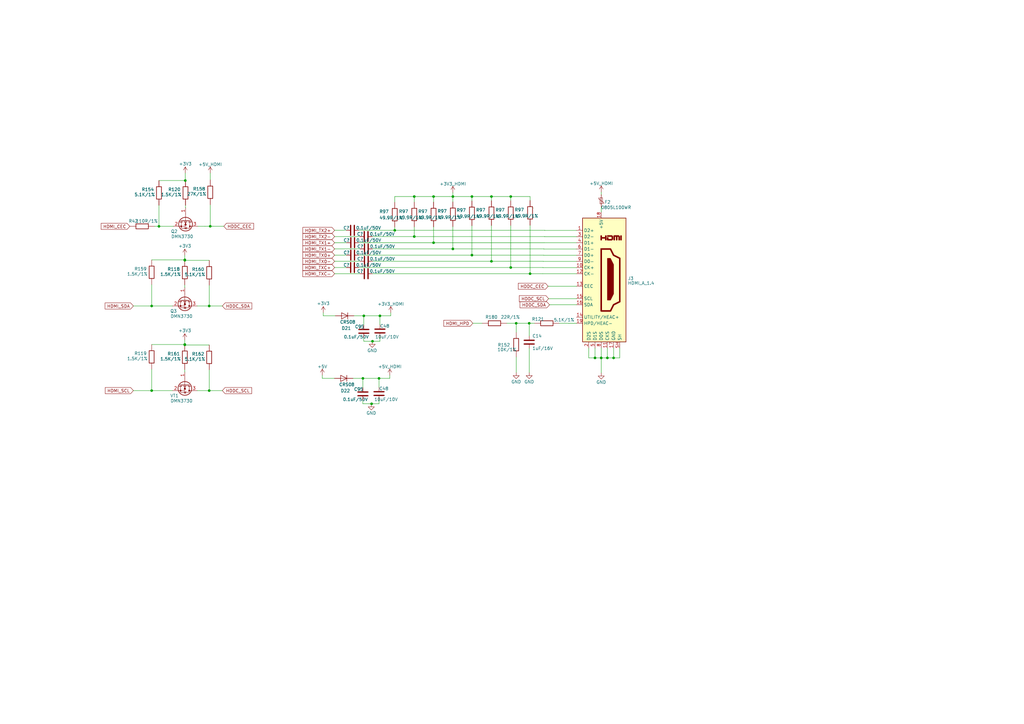
<source format=kicad_sch>
(kicad_sch (version 20230121) (generator eeschema)
  (paper "A3")
  (title_block (title "ПИР СЦХ-254 \"Карно\"\n(Karnix ASB-254)") (date "2023-10-04") (rev "V1.0") (company "ООО \"Фабмикро\"") (comment 1 "ФМТД.466961.029 Э3") (comment 2 "Залата Р.Н."))
  (lib_symbols
    (symbol "Connector:HDMI_A_1.4"
      (property "Reference" "J" (at -6.35 26.67 0))
      (property "Value" "HDMI_A_1.4" (at 10.16 26.67 0))
      (symbol "HDMI_A_1.4_0_0"
        (polyline (pts (xy 8.128 16.51) (xy 8.128 18.034)) (stroke (width 0.635)))
        (polyline (pts (xy 0 16.51) (xy 0 18.034) (xy 0 17.272) (xy 1.905 17.272) (xy 1.905 18.034) (xy 1.905 16.51)) (stroke (width 0.635)))
        (polyline (pts (xy 2.667 18.034) (xy 4.318 18.034) (xy 4.572 17.78) (xy 4.572 16.764) (xy 4.318 16.51) (xy 2.667 16.51) (xy 2.667 17.272)) (stroke (width 0.635)))
      )
      (symbol "HDMI_A_1.4_0_1"
        (rectangle (start -7.62 25.4) (end 10.16 -25.4) (stroke (width 0.254)) (fill (type background)))
        (polyline (pts (xy 2.54 8.89) (xy 3.81 8.89) (xy 5.08 6.35) (xy 5.08 -5.715) (xy 3.81 -8.255) (xy 2.54 -8.255) (xy 2.54 8.89)) (fill (type outline)))
        (polyline (pts (xy 5.334 16.51) (xy 5.334 18.034) (xy 6.35 18.034) (xy 6.35 16.51) (xy 6.35 18.034) (xy 7.112 18.034) (xy 7.366 17.78) (xy 7.366 16.51)) (stroke (width 0.635)))
        (polyline (pts (xy 0 12.7) (xy 0 -12.7) (xy 3.81 -12.7) (xy 5.08 -10.16) (xy 7.62 -8.89) (xy 7.62 8.89) (xy 5.08 10.16) (xy 3.81 12.7) (xy 0 12.7)) (stroke (width 0.635)))
      )
      (symbol "HDMI_A_1.4_1_1"
        (pin passive line (at -10.16 20.32 0) (length 2.54) (name "D2+") (number "1"))
        (pin passive line (at -10.16 5.08 0) (length 2.54) (name "CK+") (number "10"))
        (pin power_in line (at 2.54 -27.94 90) (length 2.54) (name "CKS") (number "11"))
        (pin passive line (at -10.16 2.54 0) (length 2.54) (name "CK-") (number "12"))
        (pin bidirectional line (at -10.16 -2.54 0) (length 2.54) (name "CEC") (number "13"))
        (pin passive line (at -10.16 -15.24 0) (length 2.54) (name "UTILITY/HEAC+") (number "14"))
        (pin passive line (at -10.16 -7.62 0) (length 2.54) (name "SCL") (number "15"))
        (pin bidirectional line (at -10.16 -10.16 0) (length 2.54) (name "SDA") (number "16"))
        (pin power_in line (at 5.08 -27.94 90) (length 2.54) (name "GND") (number "17"))
        (pin power_in line (at 0 27.94 270) (length 2.54) (name "+5V") (number "18"))
        (pin passive line (at -10.16 -17.78 0) (length 2.54) (name "HPD/HEAC-") (number "19"))
        (pin power_in line (at -5.08 -27.94 90) (length 2.54) (name "D2S") (number "2"))
        (pin passive line (at -10.16 17.78 0) (length 2.54) (name "D2-") (number "3"))
        (pin passive line (at -10.16 15.24 0) (length 2.54) (name "D1+") (number "4"))
        (pin power_in line (at -2.54 -27.94 90) (length 2.54) (name "D1S") (number "5"))
        (pin passive line (at -10.16 12.7 0) (length 2.54) (name "D1-") (number "6"))
        (pin passive line (at -10.16 10.16 0) (length 2.54) (name "D0+") (number "7"))
        (pin power_in line (at 0 -27.94 90) (length 2.54) (name "D0S") (number "8"))
        (pin passive line (at -10.16 7.62 0) (length 2.54) (name "D0-") (number "9"))
        (pin passive line (at 7.62 -27.94 90) (length 2.54) (name "SH") (number "SH"))
      )
    )
    (symbol "Fabmicro:+3V3" (power) (pin_names (offset 0))
      (property "Value" "+3V3" (at 0 3.556 0))
      (symbol "+3V3_0_1"
        (polyline (pts (xy -0.762 1.27) (xy 0 2.54)))
        (polyline (pts (xy 0 0) (xy 0 2.54)))
        (polyline (pts (xy 0 2.54) (xy 0.762 1.27)))
      )
      (symbol "+3V3_1_1"
        (pin power_in line (at 0 0 90) (length 0) hide (name "+3V3") (number "1"))
      )
    )
    (symbol "Fabmicro:+3V3_HDMI" (power) (pin_names (offset 0))
      (property "Value" "+3V3_HDMI" (at 0 3.5671 0))
      (symbol "+3V3_HDMI_0_1"
        (polyline (pts (xy -0.762 1.27) (xy 0 2.54)))
        (polyline (pts (xy 0 0) (xy 0 2.54)))
        (polyline (pts (xy 0 2.54) (xy 0.762 1.27)))
      )
      (symbol "+3V3_HDMI_1_1"
        (pin power_in line (at 0 0 90) (length 0) hide (name "+3V3_HDMI") (number "1"))
      )
    )
    (symbol "Fabmicro:+5V_HDMI" (power) (pin_names (offset 0))
      (property "Value" "+5V_HDMI" (at 0 3.556 0))
      (symbol "+5V_HDMI_0_1"
        (polyline (pts (xy -0.762 1.27) (xy 0 2.54)))
        (polyline (pts (xy 0 0) (xy 0 2.54)))
        (polyline (pts (xy 0 2.54) (xy 0.762 1.27)))
      )
      (symbol "+5V_HDMI_1_1"
        (pin power_in line (at 0 0 90) (length 0) hide (name "+5V_HDMI") (number "1"))
      )
    )
    (symbol "Fabmicro:CapacitorUnpolarized" (pin_numbers hide) (pin_names (offset 0.254))
      (property "Reference" "C" (at -2.54 0.635 90))
      (property "Value" "CapacitorUnpolarized" (at 2.54 0.635 90))
      (symbol "CapacitorUnpolarized_0_1"
        (polyline (pts (xy -0.762 -2.032) (xy -0.762 2.032)) (stroke (width 0.508)))
        (polyline (pts (xy 0.762 -2.032) (xy 0.762 2.032)) (stroke (width 0.508)))
      )
      (symbol "CapacitorUnpolarized_1_1"
        (pin passive line (at -2.54 0 0) (length 1.524) (name "~") (number "1"))
        (pin passive line (at 2.54 0 180) (length 1.524) (name "~") (number "2"))
      )
    )
    (symbol "Fabmicro:Diode" (pin_numbers hide) (pin_names (offset 1.016) hide)
      (property "Reference" "D" (at 3.81 2.54 0))
      (property "Value" "Diode" (at 3.81 -2.54 0))
      (symbol "Diode_1_1"
        (polyline (pts (xy 2.54 1.27) (xy 2.54 -1.27)) (stroke (width 0.2032)))
        (polyline (pts (xy 5.08 0) (xy 2.54 0)))
        (polyline (pts (xy 5.08 1.27) (xy 5.08 -1.27) (xy 2.54 0) (xy 5.08 1.27)) (stroke (width 0.2032)))
        (pin passive line (at 0 0 0) (length 2.54) (name "K") (number "1"))
        (pin passive line (at 7.62 0 180) (length 2.54) (name "A") (number "2"))
      )
    )
    (symbol "Fabmicro:MOSFET_N_CH_SOT23" (pin_names (offset 1.016) hide)
      (property "Reference" "VT" (at 10.16 2.54 0))
      (property "Value" "MOSFET_N_CH_SOT23" (at 10.16 0 0))
      (symbol "MOSFET_N_CH_SOT23_1_1"
        (polyline (pts (xy 2.54 0) (xy 5.334 0)))
        (polyline (pts (xy 5.842 -1.778) (xy 7.62 -1.778)))
        (polyline (pts (xy 5.842 -1.27) (xy 5.842 -2.286)) (stroke (width 0.254)))
        (polyline (pts (xy 5.842 0) (xy 7.62 0)))
        (polyline (pts (xy 5.842 0.508) (xy 5.842 -0.508)) (stroke (width 0.254)))
        (polyline (pts (xy 5.842 1.778) (xy 7.62 1.778)))
        (polyline (pts (xy 5.842 2.286) (xy 5.842 1.27)) (stroke (width 0.254)))
        (polyline (pts (xy 7.62 -1.778) (xy 7.62 -2.54)))
        (polyline (pts (xy 7.62 -1.778) (xy 7.62 0)))
        (polyline (pts (xy 7.62 2.54) (xy 7.62 1.778)))
        (polyline (pts (xy 5.334 1.905) (xy 5.334 -1.905) (xy 5.334 -1.905)) (stroke (width 0.254)))
        (polyline (pts (xy 6.096 0) (xy 7.112 0.381) (xy 7.112 -0.381) (xy 6.096 0)) (fill (type outline)))
        (polyline (pts (xy 7.62 -1.778) (xy 8.382 -1.778) (xy 8.382 1.778) (xy 7.62 1.778)))
        (polyline (pts (xy 7.874 0.508) (xy 8.001 0.381) (xy 8.763 0.381) (xy 8.89 0.254)))
        (polyline (pts (xy 8.382 0.381) (xy 8.001 -0.254) (xy 8.763 -0.254) (xy 8.382 0.381)))
        (circle (center 6.731 0) (radius 2.8194) (stroke (width 0.254)))
        (circle (center 7.62 -1.778) (radius 0.2794) (fill (type outline)))
        (circle (center 7.62 1.778) (radius 0.2794) (fill (type outline)))
        (pin input line (at 0 0 0) (length 2.54) (name "G") (number "1"))
        (pin passive line (at 7.62 -5.08 90) (length 2.54) (name "S") (number "2"))
        (pin passive line (at 7.62 5.08 270) (length 2.54) (name "D") (number "3"))
      )
    )
    (symbol "Fabmicro:Polyfuse_Small" (pin_numbers hide) (pin_names (offset 0))
      (property "Reference" "F" (at 2.54 1.905 0))
      (property "Value" "Polyfuse_Small" (at 2.54 -1.905 0))
      (symbol "Polyfuse_Small_0_1"
        (polyline (pts (xy 5.08 0) (xy 0 0)))
        (polyline (pts (xy 3.81 1.016) (xy 3.302 1.016) (xy 1.778 -1.016) (xy 1.27 -1.016)))
        (rectangle (start 3.81 0.508) (end 1.27 -0.508))
      )
      (symbol "Polyfuse_Small_1_1"
        (pin passive line (at 5.08 0 180) (length 0.635) (name "~") (number "1"))
        (pin passive line (at 0 0 0) (length 0.635) (name "~") (number "2"))
      )
    )
    (symbol "Fabmicro:Resistor" (pin_numbers hide) (pin_names (offset 0))
      (property "Reference" "R" (at 0 2.032 0))
      (property "Value" "Resistor" (at 0 0 0))
      (symbol "Resistor_0_1"
        (rectangle (start 2.54 -1.016) (end -2.54 1.016) (stroke (width 0.254)))
      )
      (symbol "Resistor_1_1"
        (pin passive line (at -5.08 0 0) (length 2.54) (name "~") (number "1"))
        (pin passive line (at 5.08 0 180) (length 2.54) (name "~") (number "2"))
      )
    )
    (symbol "power:+5V" (power) (pin_names (offset 0))
      (property "Value" "+5V" (at 0 3.556 0))
      (symbol "+5V_0_1"
        (polyline (pts (xy -0.762 1.27) (xy 0 2.54)))
        (polyline (pts (xy 0 0) (xy 0 2.54)))
        (polyline (pts (xy 0 2.54) (xy 0.762 1.27)))
      )
      (symbol "+5V_1_1"
        (pin power_in line (at 0 0 90) (length 0) hide (name "+5V") (number "1"))
      )
    )
    (symbol "power:GND" (power) (pin_names (offset 0))
      (property "Value" "GND" (at 0 -3.81 0))
      (symbol "GND_0_1"
        (polyline (pts (xy 0 0) (xy 0 -1.27) (xy 1.27 -1.27) (xy 0 -2.54) (xy -1.27 -1.27) (xy 0 -1.27)))
      )
      (symbol "GND_1_1"
        (pin power_in line (at 0 0 270) (length 0) hide (name "GND") (number "1"))
      )
    )
  )
  (junction (at 152.781 139.9605))
  (junction (at 75.8 141.42))
  (junction (at 62.2 160.2))
  (junction (at 211.709 132.588))
  (junction (at 75.8 106.6))
  (junction (at 251.66 146.8))
  (junction (at 209.4769 109.716))
  (junction (at 152.4 165.6145))
  (junction (at 75.8 106.72))
  (junction (at 76 74.04))
  (junction (at 169.9098 80.6077))
  (junction (at 62.2 125.5))
  (junction (at 217.043 132.588))
  (junction (at 155.829 129.54))
  (junction (at 201.5687 107.176))
  (junction (at 209.4769 80.6077))
  (junction (at 169.9098 97.016))
  (junction (at 244.04 146.8))
  (junction (at 85.8 160.2))
  (junction (at 86.233 92.8))
  (junction (at 193.5618 104.636))
  (junction (at 148.844 155.194))
  (junction (at 249.12 146.8))
  (junction (at 75.8 141.3))
  (junction (at 85.8 125.5))
  (junction (at 65.2 92.837))
  (junction (at 149.225 129.54))
  (junction (at 217.4059 112.256))
  (junction (at 246.58 146.8))
  (junction (at 185.747 102.096))
  (junction (at 193.5618 80.6077))
  (junction (at 155.448 155.194))
  (junction (at 177.818 80.6077))
  (junction (at 185.747 80.6077))
  (junction (at 201.5687 80.6077))
  (junction (at 161.9029 94.476))
  (junction (at 177.818 99.556))
  (wire (pts (xy 241.5 142.7736) (xy 241.5 146.8)))
  (wire (pts (xy 148.844 165.6145) (xy 152.4 165.6145)))
  (wire (pts (xy 155.448 165.6145) (xy 155.448 163.957)))
  (wire (pts (xy 137.233 94.476) (xy 142.0235 94.476)))
  (wire (pts (xy 222.831 107.176) (xy 222.831 107.2136)))
  (wire (pts (xy 76 71) (xy 76 74.04)))
  (wire (pts (xy 201.5687 92.4918) (xy 201.5687 107.176)))
  (wire (pts (xy 217.043 137.795) (xy 217.043 132.588)))
  (wire (pts (xy 217.4059 112.256) (xy 222.577 112.256)))
  (wire (pts (xy 85.8 125.5) (xy 91.2 125.5)))
  (wire (pts (xy 218.767 85.332) (xy 218.767 85.3696)))
  (wire (pts (xy 149.225 129.54) (xy 155.829 129.54)))
  (wire (pts (xy 80.9 125.5) (xy 85.8 125.5)))
  (wire (pts (xy 75.8 141.3) (xy 75.8 141.42)))
  (wire (pts (xy 75.8 141.5) (xy 75.8 141.42)))
  (wire (pts (xy 185.747 92.952) (xy 185.747 102.096)))
  (wire (pts (xy 65.2 74.04) (xy 76 74.04)))
  (wire (pts (xy 211.709 136.271) (xy 211.709 132.588)))
  (wire (pts (xy 71.02 92.837) (xy 71.02 92.82)))
  (wire (pts (xy 209.4769 109.716) (xy 222.704 109.716)))
  (wire (pts (xy 86.233 83.947) (xy 86.233 92.8)))
  (wire (pts (xy 152.7794 107.176) (xy 201.5687 107.176)))
  (wire (pts (xy 152.4 165.608) (xy 152.4 165.6145)))
  (wire (pts (xy 223.085 102.1336) (xy 236.42 102.1336)))
  (wire (pts (xy 223.212 99.5936) (xy 236.42 99.5936)))
  (wire (pts (xy 222.704 109.716) (xy 222.704 109.7536)))
  (wire (pts (xy 155.829 129.54) (xy 160.274 129.54)))
  (wire (pts (xy 177.818 80.6077) (xy 185.747 80.6077)))
  (wire (pts (xy 222.704 109.7536) (xy 236.42 109.7536)))
  (wire (pts (xy 209.4769 92.4806) (xy 209.4769 109.716)))
  (wire (pts (xy 193.5618 82.4073) (xy 193.5618 80.6077)))
  (wire (pts (xy 75.8 106.8) (xy 75.8 106.72)))
  (wire (pts (xy 246.58 146.8) (xy 249.12 146.8)))
  (wire (pts (xy 86.233 70.993) (xy 86.233 73.787)))
  (wire (pts (xy 148.844 155.194) (xy 155.448 155.194)))
  (wire (pts (xy 152.781 139.9605) (xy 155.829 139.9605)))
  (wire (pts (xy 169.9098 82.8943) (xy 169.9098 80.6077)))
  (wire (pts (xy 75.8 104.7) (xy 75.8 106.6)))
  (wire (pts (xy 85.8 141.5) (xy 75.8 141.5)))
  (wire (pts (xy 155.448 155.194) (xy 159.893 155.194)))
  (wire (pts (xy 177.818 99.556) (xy 223.212 99.556)))
  (wire (pts (xy 147.1771 104.636) (xy 193.5618 104.636)))
  (wire (pts (xy 75.8 117.88) (xy 75.82 117.88)))
  (wire (pts (xy 76.08 85.2) (xy 76.1 85.2)))
  (wire (pts (xy 132.207 155.194) (xy 137.16 155.194)))
  (wire (pts (xy 84.074 92.8) (xy 86.233 92.8)))
  (wire (pts (xy 246.6 84.88) (xy 246.6 86.8936)))
  (wire (pts (xy 209.4769 82.3206) (xy 209.4769 80.6077)))
  (wire (pts (xy 177.818 93.0431) (xy 177.818 99.556)))
  (wire (pts (xy 193.929 132.588) (xy 197.739 132.588)))
  (wire (pts (xy 80.9 160.2) (xy 85.8 160.2)))
  (wire (pts (xy 85.8 160.2) (xy 91.2 160.2)))
  (wire (pts (xy 223.339 97.0536) (xy 236.42 97.0536)))
  (wire (pts (xy 137.233 109.716) (xy 142.0446 109.716)))
  (wire (pts (xy 223.466 94.5136) (xy 236.42 94.5136)))
  (wire (pts (xy 145.161 129.54) (xy 149.225 129.54)))
  (wire (pts (xy 185.747 80.6077) (xy 185.747 82.792)))
  (wire (pts (xy 169.9098 80.6077) (xy 177.818 80.6077)))
  (wire (pts (xy 144.78 155.194) (xy 148.844 155.194)))
  (wire (pts (xy 161.9029 80.6077) (xy 169.9098 80.6077)))
  (wire (pts (xy 236.42 117.4) (xy 236.42 117.3736)))
  (wire (pts (xy 223.466 94.476) (xy 223.466 94.5136)))
  (wire (pts (xy 132.588 128.27) (xy 132.588 129.54)))
  (wire (pts (xy 222.958 104.6736) (xy 236.42 104.6736)))
  (wire (pts (xy 209.4769 80.6077) (xy 217.4059 80.6077)))
  (wire (pts (xy 65.2 92.837) (xy 71.02 92.837)))
  (wire (pts (xy 161.9029 94.476) (xy 223.466 94.476)))
  (wire (pts (xy 65.2 84.2) (xy 65.2 92.837)))
  (wire (pts (xy 241.5 146.8) (xy 244.04 146.8)))
  (wire (pts (xy 62.2 141.3) (xy 75.8 141.3)))
  (wire (pts (xy 222.577 112.256) (xy 222.577 112.2936)))
  (wire (pts (xy 236.42 122.4866) (xy 236.42 122.4536)))
  (wire (pts (xy 147.1246 109.716) (xy 209.4769 109.716)))
  (wire (pts (xy 62.2 116.76) (xy 62.2 125.5)))
  (wire (pts (xy 193.5618 104.636) (xy 222.958 104.636)))
  (wire (pts (xy 137.233 99.556) (xy 142.1055 99.556)))
  (wire (pts (xy 222.958 104.636) (xy 222.958 104.6736)))
  (wire (pts (xy 85.8 151.66) (xy 85.8 160.2)))
  (wire (pts (xy 75.8 152.58) (xy 75.82 152.58)))
  (wire (pts (xy 137.233 107.176) (xy 147.6994 107.176)))
  (wire (pts (xy 177.818 80.6077) (xy 177.818 82.8831)))
  (wire (pts (xy 246.58 152.9336) (xy 246.58 146.8)))
  (wire (pts (xy 159.893 153.924) (xy 159.893 155.194)))
  (wire (pts (xy 62.2 125.5) (xy 70.74 125.5)))
  (wire (pts (xy 223.212 99.556) (xy 223.212 99.5936)))
  (wire (pts (xy 149.225 139.9605) (xy 152.781 139.9605)))
  (wire (pts (xy 85.8 106.8) (xy 75.8 106.8)))
  (wire (pts (xy 152.654 139.954) (xy 152.781 139.954)))
  (wire (pts (xy 233.299 132.588) (xy 233.299 132.6136)))
  (wire (pts (xy 185.747 80.6077) (xy 185.747 78.982)))
  (wire (pts (xy 155.829 139.9605) (xy 155.829 138.303)))
  (wire (pts (xy 225.3828 125.0191) (xy 236.42 125.0191)))
  (wire (pts (xy 161.9029 93.1298) (xy 161.9029 94.476)))
  (wire (pts (xy 201.5687 107.176) (xy 222.831 107.176)))
  (wire (pts (xy 84.074 92.8) (xy 84.074 92.82)))
  (wire (pts (xy 244.04 146.8) (xy 246.58 146.8)))
  (wire (pts (xy 223.339 97.016) (xy 223.339 97.0536)))
  (wire (pts (xy 236.42 125.0191) (xy 236.42 124.9936)))
  (wire (pts (xy 85.8 116.96) (xy 85.8 125.5)))
  (wire (pts (xy 161.9029 82.9698) (xy 161.9029 80.6077)))
  (wire (pts (xy 254.2 146.8) (xy 254.2 142.7736)))
  (wire (pts (xy 75.8 106.6) (xy 75.8 106.72)))
  (wire (pts (xy 54.7 125.5) (xy 62.2 125.5)))
  (wire (pts (xy 169.9098 97.016) (xy 223.339 97.016)))
  (wire (pts (xy 207.899 132.588) (xy 211.709 132.588)))
  (wire (pts (xy 249.12 146.8) (xy 251.66 146.8)))
  (wire (pts (xy 246.6 78.8) (xy 246.6 79.8)))
  (wire (pts (xy 62.2 151.46) (xy 62.2 160.2)))
  (wire (pts (xy 152.273 165.608) (xy 152.4 165.608)))
  (wire (pts (xy 75.8 116.88) (xy 75.8 117.88)))
  (wire (pts (xy 62.2 160.2) (xy 70.74 160.2)))
  (wire (pts (xy 137.233 102.096) (xy 147.7078 102.096)))
  (wire (pts (xy 132.207 153.924) (xy 132.207 155.194)))
  (wire (pts (xy 75.8 139.4) (xy 75.8 141.3)))
  (wire (pts (xy 137.233 112.256) (xy 147.6469 112.256)))
  (wire (pts (xy 147.1035 94.476) (xy 161.9029 94.476)))
  (wire (pts (xy 211.709 132.588) (xy 217.043 132.588)))
  (wire (pts (xy 223.085 102.096) (xy 223.085 102.1336)))
  (wire (pts (xy 246.6 86.8936) (xy 246.58 86.8936)))
  (wire (pts (xy 160.274 128.27) (xy 160.274 129.54)))
  (wire (pts (xy 148.844 159.004) (xy 148.844 155.194)))
  (wire (pts (xy 222.577 112.2936) (xy 236.42 112.2936)))
  (wire (pts (xy 246.58 146.8) (xy 246.58 142.7736)))
  (wire (pts (xy 86.233 92.8) (xy 91.8 92.8)))
  (wire (pts (xy 75.8 151.58) (xy 75.8 152.58)))
  (wire (pts (xy 149.225 133.35) (xy 149.225 129.54)))
  (wire (pts (xy 233.299 132.6136) (xy 236.42 132.6136)))
  (wire (pts (xy 201.5687 80.6077) (xy 209.4769 80.6077)))
  (wire (pts (xy 251.66 142.7736) (xy 251.66 146.8)))
  (wire (pts (xy 84.074 92.82) (xy 81.18 92.82)))
  (wire (pts (xy 193.5618 92.5673) (xy 193.5618 104.636)))
  (wire (pts (xy 63.373 92.837) (xy 65.2 92.837)))
  (wire (pts (xy 251.66 146.8) (xy 254.2 146.8)))
  (wire (pts (xy 193.5618 80.6077) (xy 185.747 80.6077)))
  (wire (pts (xy 148.844 165.6145) (xy 148.844 164.084)))
  (wire (pts (xy 137.233 97.016) (xy 147.6258 97.016)))
  (wire (pts (xy 201.5687 82.3318) (xy 201.5687 80.6077)))
  (wire (pts (xy 152.7269 112.256) (xy 217.4059 112.256)))
  (wire (pts (xy 217.043 152.781) (xy 217.043 142.875)))
  (wire (pts (xy 62.2 106.6) (xy 75.8 106.6)))
  (wire (pts (xy 222.831 107.2136) (xy 236.42 107.2136)))
  (wire (pts (xy 54.7 160.2) (xy 62.2 160.2)))
  (wire (pts (xy 132.588 129.54) (xy 137.541 129.54)))
  (wire (pts (xy 217.043 132.588) (xy 219.202 132.588)))
  (wire (pts (xy 76.08 84.2) (xy 76.08 85.2)))
  (wire (pts (xy 193.5618 80.6077) (xy 201.5687 80.6077)))
  (wire (pts (xy 244.04 142.7736) (xy 244.04 146.8)))
  (wire (pts (xy 152.781 139.954) (xy 152.781 139.9605)))
  (wire (pts (xy 155.448 158.877) (xy 155.448 155.194)))
  (wire (pts (xy 76 74.04) (xy 76.08 74.04)))
  (wire (pts (xy 152.7878 102.096) (xy 185.747 102.096)))
  (wire (pts (xy 147.1855 99.556) (xy 177.818 99.556)))
  (wire (pts (xy 149.225 139.9605) (xy 149.225 138.43)))
  (wire (pts (xy 185.747 102.096) (xy 223.085 102.096)))
  (wire (pts (xy 217.4059 82.2295) (xy 217.4059 80.6077)))
  (wire (pts (xy 217.4059 92.3895) (xy 217.4059 112.256)))
  (wire (pts (xy 224.8 117.4) (xy 236.42 117.4)))
  (wire (pts (xy 152.4 165.6145) (xy 155.448 165.6145)))
  (wire (pts (xy 229.362 132.588) (xy 233.299 132.588)))
  (wire (pts (xy 137.233 104.636) (xy 142.0971 104.636)))
  (wire (pts (xy 225 122.4866) (xy 236.42 122.4866)))
  (wire (pts (xy 249.12 142.7736) (xy 249.12 146.8)))
  (wire (pts (xy 155.829 133.223) (xy 155.829 129.54)))
  (wire (pts (xy 152.7058 97.016) (xy 169.9098 97.016)))
  (wire (pts (xy 169.9098 93.0543) (xy 169.9098 97.016)))
  (wire (pts (xy 211.709 152.781) (xy 211.709 146.431)))
  (global_label "HDMI_TX2+" (shape input) (at 137.233 94.476 180) (property "Intersheetrefs" "${INTERSHEET_REFS}" (effects hide)))
  (global_label "HDMI_TXC+" (shape input) (at 137.233 109.716 180) (property "Intersheetrefs" "${INTERSHEET_REFS}" (effects hide)))
  (global_label "HDMI_TX0+" (shape input) (at 137.233 104.636 180) (property "Intersheetrefs" "${INTERSHEET_REFS}" (effects hide)))
  (global_label "HDMI_TX1-" (shape input) (at 137.233 102.096 180) (property "Intersheetrefs" "${INTERSHEET_REFS}" (effects hide)))
  (global_label "HDDC_SDA" (shape input) (at 91.2 125.5 0) (property "Intersheetrefs" "${INTERSHEET_REFS}" (effects hide)))
  (global_label "HDMI_TX1+" (shape input) (at 137.233 99.556 180) (property "Intersheetrefs" "${INTERSHEET_REFS}" (effects hide)))
  (global_label "HDMI_TXC-" (shape input) (at 137.233 112.256 180) (property "Intersheetrefs" "${INTERSHEET_REFS}" (effects hide)))
  (global_label "HDDC_SCL" (shape input) (at 91.2 160.2 0) (property "Intersheetrefs" "${INTERSHEET_REFS}" (effects hide)))
  (global_label "HDMI_SDA" (shape input) (at 54.7 125.5 180) (property "Intersheetrefs" "${INTERSHEET_REFS}" (effects hide)))
  (global_label "HDMI_SCL" (shape input) (at 54.7 160.2 180) (property "Intersheetrefs" "${INTERSHEET_REFS}" (effects hide)))
  (global_label "HDMI_HPD" (shape input) (at 193.929 132.588 180) (property "Intersheetrefs" "${INTERSHEET_REFS}" (effects hide)))
  (global_label "HDMI_TX2-" (shape input) (at 137.233 97.016 180) (property "Intersheetrefs" "${INTERSHEET_REFS}" (effects hide)))
  (global_label "HDDC_CEC" (shape input) (at 91.8 92.8 0) (property "Intersheetrefs" "${INTERSHEET_REFS}" (effects hide)))
  (global_label "HDDC_SDA" (shape input) (at 225.3828 125.0191 180) (property "Intersheetrefs" "${INTERSHEET_REFS}" (effects hide)))
  (global_label "HDDC_SCL" (shape input) (at 225 122.4866 180) (property "Intersheetrefs" "${INTERSHEET_REFS}" (effects hide)))
  (global_label "HDDC_CEC" (shape input) (at 224.8 117.4 180) (property "Intersheetrefs" "${INTERSHEET_REFS}" (effects hide)))
  (global_label "HDMI_CEC" (shape input) (at 53.213 92.837 180) (property "Intersheetrefs" "${INTERSHEET_REFS}" (effects hide)))
  (global_label "HDMI_TX0-" (shape input) (at 137.233 107.176 180) (property "Intersheetrefs" "${INTERSHEET_REFS}" (effects hide)))
  (symbol (lib_id "Fabmicro:CapacitorUnpolarized") (at 217.043 140.335 270) (unit 1)
    (property "Reference" "C14" (at 218.313 137.795 90) (effects (justify left)))
    (property "Value" "1uF/16V" (at 218.313 142.875 90) (effects (justify left)))
    (property "Footprint" "Fabmicro:C_0402_1005Metric" (effects hide))
    (property "Mfr. Part Number" "GRM155R61E105KA12D" (effects hide))
    (property "Supplier" "Fabmicro" (effects hide))
    (instances (project "Karnix_ASB" (path "" (reference "C14") (unit 1)) (path "" (reference "C87") (unit 1))))
  )
  (symbol (lib_id "Fabmicro:Resistor") (at 224.282 132.588 0) (mirror x) (unit 1)
    (property "Reference" "R121" (at 218.082 130.888 0) (effects (justify left)))
    (property "Value" "5.1K/1%" (at 227.082 131.188 0) (effects (justify left)))
    (property "Footprint" "Fabmicro:R_0402_1005Metric" (effects hide))
    (property "Mfr. Part Number" "RC0402FR-075K1L" (effects hide))
  )
  (symbol (lib_id "Connector:HDMI_A_1.4") (at 246.58 114.8336 0) (unit 1)
    (property "Reference" "J3" (at 257.502 114.1899 0) (effects (justify left)))
    (property "Value" "HDMI_A_1.4" (at 257.502 116.1109 0) (effects (justify left)))
    (property "Footprint" "Fabmicro:HDMI_A_Amphenol_10029449-x01xLF_Horizontal" (effects hide))
    (property "Datasheet" "https://en.wikipedia.org/wiki/HDMI" (effects hide))
    (property "Mfr. Part Number" "10029449" (effects hide))
    (property "Manufacturer" "Amphenol" (effects hide))
  )
  (symbol (lib_id "Fabmicro:+5V_HDMI") (at 246.6 78.8 0) (unit 1)
    (property "Reference" "#PWR?" (effects hide))
    (property "Value" "+5V_HDMI" (at 246.6 75.244 0))
    (instances (project "Karnix_ASB" (path "" (reference "#PWR?") (unit 1)) (path "" (reference "#PWR0219") (unit 1))))
  )
  (symbol (lib_id "Fabmicro:Resistor") (at 217.4059 87.3095 270) (unit 1)
    (property "Reference" "R97" (at 211.0559 86.0395 90) (effects (justify left)))
    (property "Value" "49.9R/1%" (at 211.0559 88.5795 90) (effects (justify left)))
    (property "Footprint" "Fabmicro:R_0402_1005Metric" (effects hide))
    (property "Mfr. Part Number" "RC0402FR-0749R9L" (effects hide))
    (property "Supplier" "Fabmicro" (effects hide))
    (instances (project "Karnix_ASB" (path "" (reference "R97") (unit 1)) (path "" (reference "R110") (unit 1))))
  )
  (symbol (lib_id "Fabmicro:Resistor") (at 169.9098 87.9743 270) (unit 1)
    (property "Reference" "R97" (at 163.5598 86.7043 90) (effects (justify left)))
    (property "Value" "49.9R/1%" (at 163.5598 89.2443 90) (effects (justify left)))
    (property "Footprint" "Fabmicro:R_0402_1005Metric" (effects hide))
    (property "Mfr. Part Number" "RC0402FR-0749R9L" (effects hide))
    (property "Supplier" "Fabmicro" (effects hide))
    (instances (project "Karnix_ASB" (path "" (reference "R97") (unit 1)) (path "" (reference "R116") (unit 1))))
  )
  (symbol (lib_id "Fabmicro:CapacitorUnpolarized") (at 150.1658 97.016 0) (unit 1)
    (property "Reference" "C?" (at 146.3913 96 0) (effects (justify left)))
    (property "Value" "0.1uF/50V" (at 151.5983 96 0) (effects (justify left)))
    (property "Footprint" "Capacitor_SMD:C_0402_1005Metric" (effects hide))
    (property "Mfr. Part Number" "CC0402KRX7R9BB104" (effects hide))
    (property "Supplier" "Fabmicro" (effects hide))
    (instances (project "Karnix_ASB" (path "" (reference "C?") (unit 1)) (path "" (reference "C23") (unit 1)) (path "" (reference "C57") (unit 1))))
  )
  (symbol (lib_id "Fabmicro:Resistor") (at 65.2 79.12 90) (mirror x) (unit 1)
    (property "Reference" "R154" (at 63.2 77.72 90) (effects (justify left)))
    (property "Value" "5.1K/1%" (at 63.6 79.82 90) (effects (justify left)))
    (property "Footprint" "Fabmicro:R_0402_1005Metric" (effects hide))
    (property "Mfr. Part Number" "RC0402FR-075K1L" (effects hide))
  )
  (symbol (lib_id "Fabmicro:Resistor") (at 185.747 87.872 270) (unit 1)
    (property "Reference" "R97" (at 179.397 86.602 90) (effects (justify left)))
    (property "Value" "49.9R/1%" (at 179.397 89.142 90) (effects (justify left)))
    (property "Footprint" "Fabmicro:R_0402_1005Metric" (effects hide))
    (property "Mfr. Part Number" "RC0402FR-0749R9L" (effects hide))
    (property "Supplier" "Fabmicro" (effects hide))
    (instances (project "Karnix_ASB" (path "" (reference "R97") (unit 1)) (path "" (reference "R114") (unit 1))))
  )
  (symbol (lib_id "power:GND") (at 152.273 165.608 0) (mirror y) (unit 1)
    (property "Reference" "#PWR0218" (effects hide))
    (property "Value" "GND" (at 152.273 169.418 0))
  )
  (symbol (lib_id "Fabmicro:+3V3") (at 75.8 139.4 0) (unit 1)
    (property "Reference" "#PWR?" (effects hide))
    (property "Value" "+3V3" (at 75.8 135.59 0))
    (instances (project "Karnix_ASB" (path "" (reference "#PWR?") (unit 1)) (path "" (reference "#PWR074") (unit 1)) (path "" (reference "#PWR0147") (unit 1))))
  )
  (symbol (lib_id "Fabmicro:Resistor") (at 76.08 79.12 90) (mirror x) (unit 1)
    (property "Reference" "R120" (at 74.08 77.72 90) (effects (justify left)))
    (property "Value" "1.5K/1%" (at 74.48 79.82 90) (effects (justify left)))
    (property "Footprint" "Fabmicro:R_0402_1005Metric" (effects hide))
    (property "Mfr. Part Number" "RC0402FR-071K5L" (effects hide))
  )
  (symbol (lib_id "Fabmicro:Resistor") (at 75.8 146.5 90) (mirror x) (unit 1)
    (property "Reference" "R161" (at 73.8 145.1 90) (effects (justify left)))
    (property "Value" "1.5K/1%" (at 74.2 147.2 90) (effects (justify left)))
    (property "Footprint" "Fabmicro:R_0402_1005Metric" (effects hide))
    (property "Mfr. Part Number" "RC0402FR-071K5L" (effects hide))
  )
  (symbol (lib_id "Fabmicro:CapacitorUnpolarized") (at 144.6371 104.636 0) (unit 1)
    (property "Reference" "C?" (at 140.8626 103.62 0) (effects (justify left)))
    (property "Value" "0.1uF/50V" (at 146.0696 103.62 0) (effects (justify left)))
    (property "Footprint" "Capacitor_SMD:C_0402_1005Metric" (effects hide))
    (property "Mfr. Part Number" "CC0402KRX7R9BB104" (effects hide))
    (property "Supplier" "Fabmicro" (effects hide))
    (instances (project "Karnix_ASB" (path "" (reference "C?") (unit 1)) (path "" (reference "C23") (unit 1)) (path "" (reference "C60") (unit 1))))
  )
  (symbol (lib_id "Fabmicro:Polyfuse_Small") (at 246.6 84.88 90) (unit 1)
    (property "Reference" "F2" (at 249.2 82.9 90))
    (property "Value" "0805L100WR" (at 252.7 85.1 90))
    (property "Footprint" "Fuse:Fuse_0805_2012Metric" (effects hide))
    (property "Mfr. Part Number" "0805L100WR" (effects hide))
    (property "Supplier" "Fabmicro" (effects hide))
  )
  (symbol (lib_id "Fabmicro:Resistor") (at 161.9029 88.0498 270) (unit 1)
    (property "Reference" "R97" (at 155.5529 86.7798 90) (effects (justify left)))
    (property "Value" "49.9R/1%" (at 155.5529 89.3198 90) (effects (justify left)))
    (property "Footprint" "Fabmicro:R_0402_1005Metric" (effects hide))
    (property "Mfr. Part Number" "RC0402FR-0749R9L" (effects hide))
    (property "Supplier" "Fabmicro" (effects hide))
    (instances (project "Karnix_ASB" (path "" (reference "R97") (unit 1)) (path "" (reference "R117") (unit 1))))
  )
  (symbol (lib_id "Fabmicro:CapacitorUnpolarized") (at 155.829 135.763 90) (mirror x) (unit 1)
    (property "Reference" "C48" (at 159.766 133.731 90) (effects (justify left)))
    (property "Value" "10uF/10V" (at 163.576 138.176 90) (effects (justify left)))
    (property "Footprint" "Capacitor_SMD:C_0603_1608Metric" (effects hide))
    (property "Mfr. Part Number" "GRM188R61A106KE69D" (effects hide))
    (property "Supplier" "Fabmicro" (effects hide))
    (instances (project "Karnix_ASB" (path "" (reference "C48") (unit 1)) (path "" (reference "C89") (unit 1))))
  )
  (symbol (lib_id "Fabmicro:CapacitorUnpolarized") (at 148.844 161.544 270) (unit 1)
    (property "Reference" "C95" (at 145.161 159.639 90) (effects (justify left)))
    (property "Value" "0.1uF/50V" (at 140.589 163.83 90) (effects (justify left)))
    (property "Footprint" "Fabmicro:C_0402_1005Metric" (effects hide))
    (property "Mfr. Part Number" "CL05B104K05NNNC" (effects hide))
    (property "Supplier" "Fabmicro" (effects hide))
    (instances (project "Karnix_ASB" (path "" (reference "C95") (unit 1)) (path "" (reference "C91") (unit 1))))
  )
  (symbol (lib_id "Fabmicro:CapacitorUnpolarized") (at 144.6455 99.556 0) (unit 1)
    (property "Reference" "C?" (at 140.871 98.54 0) (effects (justify left)))
    (property "Value" "0.1uF/50V" (at 146.078 98.54 0) (effects (justify left)))
    (property "Footprint" "Capacitor_SMD:C_0402_1005Metric" (effects hide))
    (property "Mfr. Part Number" "CC0402KRX7R9BB104" (effects hide))
    (property "Supplier" "Fabmicro" (effects hide))
    (instances (project "Karnix_ASB" (path "" (reference "C?") (unit 1)) (path "" (reference "C23") (unit 1)) (path "" (reference "C58") (unit 1))))
  )
  (symbol (lib_id "power:GND") (at 211.709 152.781 0) (mirror y) (unit 1)
    (property "Reference" "#PWR0150" (effects hide))
    (property "Value" "GND" (at 211.709 156.591 0))
  )
  (symbol (lib_id "Fabmicro:CapacitorUnpolarized") (at 150.2394 107.176 0) (unit 1)
    (property "Reference" "C?" (at 146.4649 106.16 0) (effects (justify left)))
    (property "Value" "0.1uF/50V" (at 151.6719 106.16 0) (effects (justify left)))
    (property "Footprint" "Capacitor_SMD:C_0402_1005Metric" (effects hide))
    (property "Mfr. Part Number" "CC0402KRX7R9BB104" (effects hide))
    (property "Supplier" "Fabmicro" (effects hide))
    (instances (project "Karnix_ASB" (path "" (reference "C?") (unit 1)) (path "" (reference "C23") (unit 1)) (path "" (reference "C61") (unit 1))))
  )
  (symbol (lib_id "Fabmicro:CapacitorUnpolarized") (at 150.2478 102.096 0) (unit 1)
    (property "Reference" "C?" (at 146.4733 101.08 0) (effects (justify left)))
    (property "Value" "0.1uF/50V" (at 151.6803 101.08 0) (effects (justify left)))
    (property "Footprint" "Capacitor_SMD:C_0402_1005Metric" (effects hide))
    (property "Mfr. Part Number" "CC0402KRX7R9BB104" (effects hide))
    (property "Supplier" "Fabmicro" (effects hide))
    (instances (project "Karnix_ASB" (path "" (reference "C?") (unit 1)) (path "" (reference "C23") (unit 1)) (path "" (reference "C59") (unit 1))))
  )
  (symbol (lib_id "Fabmicro:+5V_HDMI") (at 86.233 70.993 0) (unit 1)
    (property "Reference" "#PWR049" (effects hide))
    (property "Value" "+5V_HDMI" (at 86.233 67.437 0))
    (instances (project "Karnix_ASB" (path "" (reference "#PWR049") (unit 1)) (path "" (reference "#PWR0148") (unit 1))))
  )
  (symbol (lib_id "Fabmicro:+3V3_HDMI") (at 160.274 128.27 0) (unit 1)
    (property "Reference" "#PWR050" (effects hide))
    (property "Value" "+3V3_HDMI" (at 160.274 124.7029 0))
    (instances (project "Karnix_ASB" (path "" (reference "#PWR050") (unit 1)) (path "" (reference "#PWR0117") (unit 1))))
  )
  (symbol (lib_id "Fabmicro:MOSFET_N_CH_SOT23") (at 75.82 152.58 270) (unit 1)
    (property "Reference" "VT1" (at 69.8 162.3 90) (effects (justify left)))
    (property "Value" "DMN3730" (at 69.9 164.4 90) (effects (justify left)))
    (property "Footprint" "Fabmicro:SOT-23" (effects hide))
    (property "Mfr. Part Number" "DMN3730" (effects hide))
    (property "Supplier" "Fabmicro" (effects hide))
  )
  (symbol (lib_id "Fabmicro:Resistor") (at 209.4769 87.4006 270) (unit 1)
    (property "Reference" "R97" (at 203.1269 86.1306 90) (effects (justify left)))
    (property "Value" "49.9R/1%" (at 203.1269 88.6706 90) (effects (justify left)))
    (property "Footprint" "Fabmicro:R_0402_1005Metric" (effects hide))
    (property "Mfr. Part Number" "RC0402FR-0749R9L" (effects hide))
    (property "Supplier" "Fabmicro" (effects hide))
    (instances (project "Karnix_ASB" (path "" (reference "R97") (unit 1)) (path "" (reference "R111") (unit 1))))
  )
  (symbol (lib_id "Fabmicro:CapacitorUnpolarized") (at 144.5635 94.476 0) (unit 1)
    (property "Reference" "C?" (at 140.789 93.46 0) (effects (justify left)))
    (property "Value" "0.1uF/50V" (at 145.996 93.46 0) (effects (justify left)))
    (property "Footprint" "Capacitor_SMD:C_0402_1005Metric" (effects hide))
    (property "Mfr. Part Number" "CC0402KRX7R9BB104" (effects hide))
    (property "Supplier" "Fabmicro" (effects hide))
    (instances (project "Karnix_ASB" (path "" (reference "C?") (unit 1)) (path "" (reference "C23") (unit 1)) (path "" (reference "C56") (unit 1))))
  )
  (symbol (lib_id "Fabmicro:+3V3") (at 75.8 104.7 0) (unit 1)
    (property "Reference" "#PWR?" (effects hide))
    (property "Value" "+3V3" (at 75.8 100.89 0))
    (instances (project "Karnix_ASB" (path "" (reference "#PWR?") (unit 1)) (path "" (reference "#PWR074") (unit 1)) (path "" (reference "#PWR0146") (unit 1))))
  )
  (symbol (lib_id "Fabmicro:CapacitorUnpolarized") (at 155.448 161.417 90) (mirror x) (unit 1)
    (property "Reference" "C48" (at 159.385 159.385 90) (effects (justify left)))
    (property "Value" "10uF/10V" (at 163.195 163.83 90) (effects (justify left)))
    (property "Footprint" "Capacitor_SMD:C_0603_1608Metric" (effects hide))
    (property "Mfr. Part Number" "GRM188R61A106KE69D" (effects hide))
    (property "Supplier" "Fabmicro" (effects hide))
    (instances (project "Karnix_ASB" (path "" (reference "C48") (unit 1)) (path "" (reference "C90") (unit 1))))
  )
  (symbol (lib_id "Fabmicro:+3V3") (at 132.588 128.27 0) (unit 1)
    (property "Reference" "#PWR?" (effects hide))
    (property "Value" "+3V3" (at 132.588 124.46 0))
    (instances (project "Karnix_ASB" (path "" (reference "#PWR?") (unit 1)) (path "" (reference "#PWR074") (unit 1)) (path "" (reference "#PWR094") (unit 1))))
  )
  (symbol (lib_id "power:GND") (at 246.58 152.9336 0) (mirror y) (unit 1)
    (property "Reference" "#PWR0149" (effects hide))
    (property "Value" "GND" (at 246.58 156.7436 0))
  )
  (symbol (lib_id "Fabmicro:Resistor") (at 202.819 132.588 0) (unit 1)
    (property "Reference" "R180" (at 199.009 130.048 0) (effects (justify left)))
    (property "Value" "22R/1%" (at 205.359 130.048 0) (effects (justify left)))
    (property "Footprint" "Resistor_SMD:R_0402_1005Metric" (effects hide))
    (property "Mfr. Part Number" "RC0402FR-0722RL" (effects hide))
    (property "Supplier" "Fabmicro" (effects hide))
    (instances (project "Karnix_ASB" (path "" (reference "R180") (unit 1)) (path "" (reference "R153") (unit 1))))
  )
  (symbol (lib_id "Fabmicro:CapacitorUnpolarized") (at 150.1869 112.256 0) (unit 1)
    (property "Reference" "C?" (at 146.4124 111.24 0) (effects (justify left)))
    (property "Value" "0.1uF/50V" (at 151.6194 111.24 0) (effects (justify left)))
    (property "Footprint" "Capacitor_SMD:C_0402_1005Metric" (effects hide))
    (property "Mfr. Part Number" "CC0402KRX7R9BB104" (effects hide))
    (property "Supplier" "Fabmicro" (effects hide))
    (instances (project "Karnix_ASB" (path "" (reference "C?") (unit 1)) (path "" (reference "C23") (unit 1)) (path "" (reference "C63") (unit 1))))
  )
  (symbol (lib_id "Fabmicro:+3V3") (at 76 71 0) (unit 1)
    (property "Reference" "#PWR?" (effects hide))
    (property "Value" "+3V3" (at 76 67.19 0))
    (instances (project "Karnix_ASB" (path "" (reference "#PWR?") (unit 1)) (path "" (reference "#PWR074") (unit 1)) (path "" (reference "#PWR0145") (unit 1))))
  )
  (symbol (lib_id "Fabmicro:MOSFET_N_CH_SOT23") (at 76.1 85.2 270) (unit 1)
    (property "Reference" "Q2" (at 70.08 94.92 90) (effects (justify left)))
    (property "Value" "DMN3730" (at 70.18 97.02 90) (effects (justify left)))
    (property "Footprint" "Fabmicro:SOT-23" (effects hide))
    (property "Mfr. Part Number" "DMN3730" (effects hide))
    (property "Supplier" "Fabmicro" (effects hide))
  )
  (symbol (lib_id "Fabmicro:MOSFET_N_CH_SOT23") (at 75.82 117.88 270) (unit 1)
    (property "Reference" "Q3" (at 69.8 127.6 90) (effects (justify left)))
    (property "Value" "DMN3730" (at 69.9 129.7 90) (effects (justify left)))
    (property "Footprint" "Fabmicro:SOT-23" (effects hide))
    (property "Mfr. Part Number" "DMN3730" (effects hide))
    (property "Supplier" "Fabmicro" (effects hide))
  )
  (symbol (lib_id "Fabmicro:Resistor") (at 201.5687 87.4118 270) (unit 1)
    (property "Reference" "R97" (at 195.2187 86.1418 90) (effects (justify left)))
    (property "Value" "49.9R/1%" (at 195.2187 88.6818 90) (effects (justify left)))
    (property "Footprint" "Fabmicro:R_0402_1005Metric" (effects hide))
    (property "Mfr. Part Number" "RC0402FR-0749R9L" (effects hide))
    (property "Supplier" "Fabmicro" (effects hide))
    (instances (project "Karnix_ASB" (path "" (reference "R97") (unit 1)) (path "" (reference "R112") (unit 1))))
  )
  (symbol (lib_id "Fabmicro:+5V_HDMI") (at 159.893 153.924 0) (unit 1)
    (property "Reference" "#PWR049" (effects hide))
    (property "Value" "+5V_HDMI" (at 159.893 150.368 0))
    (instances (project "Karnix_ASB" (path "" (reference "#PWR049") (unit 1)) (path "" (reference "#PWR0215") (unit 1))))
  )
  (symbol (lib_id "Fabmicro:CapacitorUnpolarized") (at 149.225 135.89 270) (unit 1)
    (property "Reference" "C95" (at 145.542 133.985 90) (effects (justify left)))
    (property "Value" "0.1uF/50V" (at 140.97 138.176 90) (effects (justify left)))
    (property "Footprint" "Fabmicro:C_0402_1005Metric" (effects hide))
    (property "Mfr. Part Number" "CL05B104K05NNNC" (effects hide))
    (property "Supplier" "Fabmicro" (effects hide))
    (instances (project "Karnix_ASB" (path "" (reference "C95") (unit 1)) (path "" (reference "C88") (unit 1))))
  )
  (symbol (lib_id "Fabmicro:Resistor") (at 85.8 146.58 90) (mirror x) (unit 1)
    (property "Reference" "R162" (at 83.8 145.18 90) (effects (justify left)))
    (property "Value" "5.1K/1%" (at 84.2 147.28 90) (effects (justify left)))
    (property "Footprint" "Fabmicro:R_0402_1005Metric" (effects hide))
    (property "Mfr. Part Number" "RC0402FR-075K1L" (effects hide))
  )
  (symbol (lib_id "Fabmicro:+3V3_HDMI") (at 185.747 78.982 0) (unit 1)
    (property "Reference" "#PWR050" (effects hide))
    (property "Value" "+3V3_HDMI" (at 185.747 75.4149 0))
    (instances (project "Karnix_ASB" (path "" (reference "#PWR050") (unit 1)) (path "" (reference "#PWR0144") (unit 1))))
  )
  (symbol (lib_id "Fabmicro:Resistor") (at 75.8 111.8 90) (mirror x) (unit 1)
    (property "Reference" "R118" (at 73.8 110.4 90) (effects (justify left)))
    (property "Value" "1.5K/1%" (at 74.2 112.5 90) (effects (justify left)))
    (property "Footprint" "Fabmicro:R_0402_1005Metric" (effects hide))
    (property "Mfr. Part Number" "RC0402FR-071K5L" (effects hide))
  )
  (symbol (lib_id "power:GND") (at 217.043 152.781 0) (mirror y) (unit 1)
    (property "Reference" "#PWR093" (effects hide))
    (property "Value" "GND" (at 217.043 156.591 0))
  )
  (symbol (lib_id "Fabmicro:Resistor") (at 211.709 141.351 270) (mirror x) (unit 1)
    (property "Reference" "R152" (at 204.089 141.478 90) (effects (justify left)))
    (property "Value" "10K/1%" (at 203.962 143.383 90) (effects (justify left)))
    (property "Footprint" "Fabmicro:R_0402_1005Metric" (effects hide))
    (property "Mfr. Part Number" "RC0402FR-0710KL" (effects hide))
  )
  (symbol (lib_id "Fabmicro:Diode") (at 144.78 155.194 180) (unit 1)
    (property "Reference" "D22" (at 139.7 160.274 0) (effects (justify right)))
    (property "Value" "CRS08" (at 142.24 157.734 0))
    (property "Footprint" "Fabmicro:D_SOD-123F" (effects hide))
    (property "Mfr. Part Number" "CRS08" (effects hide))
    (property "Supplier" "Fabmicro" (effects hide))
  )
  (symbol (lib_id "Fabmicro:Resistor") (at 177.818 87.9631 270) (unit 1)
    (property "Reference" "R97" (at 171.468 86.6931 90) (effects (justify left)))
    (property "Value" "49.9R/1%" (at 171.468 89.2331 90) (effects (justify left)))
    (property "Footprint" "Fabmicro:R_0402_1005Metric" (effects hide))
    (property "Mfr. Part Number" "RC0402FR-0749R9L" (effects hide))
    (property "Supplier" "Fabmicro" (effects hide))
    (instances (project "Karnix_ASB" (path "" (reference "R97") (unit 1)) (path "" (reference "R115") (unit 1))))
  )
  (symbol (lib_id "Fabmicro:Resistor") (at 62.2 146.38 90) (mirror x) (unit 1)
    (property "Reference" "R119" (at 60.2 144.98 90) (effects (justify left)))
    (property "Value" "1.5K/1%" (at 60.6 147.08 90) (effects (justify left)))
    (property "Footprint" "Fabmicro:R_0402_1005Metric" (effects hide))
    (property "Mfr. Part Number" "RC0402FR-071K5L" (effects hide))
  )
  (symbol (lib_id "Fabmicro:Diode") (at 145.161 129.54 180) (unit 1)
    (property "Reference" "D21" (at 140.081 134.62 0) (effects (justify right)))
    (property "Value" "CRS08" (at 142.621 132.08 0))
    (property "Footprint" "Fabmicro:D_SOD-123F" (effects hide))
    (property "Mfr. Part Number" "CRS08" (effects hide))
    (property "Supplier" "Fabmicro" (effects hide))
  )
  (symbol (lib_id "Fabmicro:Resistor") (at 85.8 111.88 90) (mirror x) (unit 1)
    (property "Reference" "R160" (at 83.8 110.48 90) (effects (justify left)))
    (property "Value" "5.1K/1%" (at 84.2 112.58 90) (effects (justify left)))
    (property "Footprint" "Fabmicro:R_0402_1005Metric" (effects hide))
    (property "Mfr. Part Number" "RC0402FR-075K1L" (effects hide))
  )
  (symbol (lib_id "Fabmicro:Resistor") (at 86.233 78.867 90) (mirror x) (unit 1)
    (property "Reference" "R158" (at 84.233 77.467 90) (effects (justify left)))
    (property "Value" "27K/1%" (at 84.633 79.567 90) (effects (justify left)))
    (property "Footprint" "Fabmicro:R_0402_1005Metric" (effects hide))
    (property "Mfr. Part Number" "RC0402FR-0727KL" (effects hide))
  )
  (symbol (lib_id "Fabmicro:Resistor") (at 62.2 111.68 90) (mirror x) (unit 1)
    (property "Reference" "R159" (at 60.2 110.28 90) (effects (justify left)))
    (property "Value" "1.5K/1%" (at 60.6 112.38 90) (effects (justify left)))
    (property "Footprint" "Fabmicro:R_0402_1005Metric" (effects hide))
    (property "Mfr. Part Number" "RC0402FR-071K5L" (effects hide))
  )
  (symbol (lib_id "Fabmicro:CapacitorUnpolarized") (at 144.5846 109.716 0) (unit 1)
    (property "Reference" "C?" (at 140.8101 108.7 0) (effects (justify left)))
    (property "Value" "0.1uF/50V" (at 146.0171 108.7 0) (effects (justify left)))
    (property "Footprint" "Capacitor_SMD:C_0402_1005Metric" (effects hide))
    (property "Mfr. Part Number" "CC0402KRX7R9BB104" (effects hide))
    (property "Supplier" "Fabmicro" (effects hide))
    (instances (project "Karnix_ASB" (path "" (reference "C?") (unit 1)) (path "" (reference "C23") (unit 1)) (path "" (reference "C62") (unit 1))))
  )
  (symbol (lib_id "power:GND") (at 152.654 139.954 0) (mirror y) (unit 1)
    (property "Reference" "#PWR0214" (effects hide))
    (property "Value" "GND" (at 152.654 143.764 0))
  )
  (symbol (lib_id "Fabmicro:Resistor") (at 193.5618 87.4873 270) (unit 1)
    (property "Reference" "R97" (at 187.2118 86.2173 90) (effects (justify left)))
    (property "Value" "49.9R/1%" (at 187.2118 88.7573 90) (effects (justify left)))
    (property "Footprint" "Fabmicro:R_0402_1005Metric" (effects hide))
    (property "Mfr. Part Number" "RC0402FR-0749R9L" (effects hide))
    (property "Supplier" "Fabmicro" (effects hide))
    (instances (project "Karnix_ASB" (path "" (reference "R97") (unit 1)) (path "" (reference "R113") (unit 1))))
  )
  (symbol (lib_id "Fabmicro:Resistor") (at 58.293 92.837 180) (unit 1)
    (property "Reference" "R42" (at 56.642 90.678 0) (effects (justify left)))
    (property "Value" "110R/1%" (at 64.77 90.678 0) (effects (justify left)))
    (property "Footprint" "Fabmicro:R_0402_1005Metric" (effects hide))
    (property "Mfr. Part Number" "RC0402FR-07110RL" (effects hide))
    (property "Supplier" "Fabmicro" (effects hide))
    (instances (project "Karnix_ASB" (path "" (reference "R42") (unit 1)) (path "" (reference "R?") (unit 1)) (path "" (reference "R3") (unit 1)) (path "" (reference "R155") (unit 1))))
  )
  (symbol (lib_id "power:+5V") (at 132.207 153.924 0) (unit 1)
    (property "Reference" "#PWR049" (effects hide))
    (property "Value" "+5V" (at 132.207 150.3569 0))
    (instances (project "Karnix_ASB" (path "" (reference "#PWR049") (unit 1)) (path "" (reference "#PWR0217") (unit 1))))
  )
)
</source>
